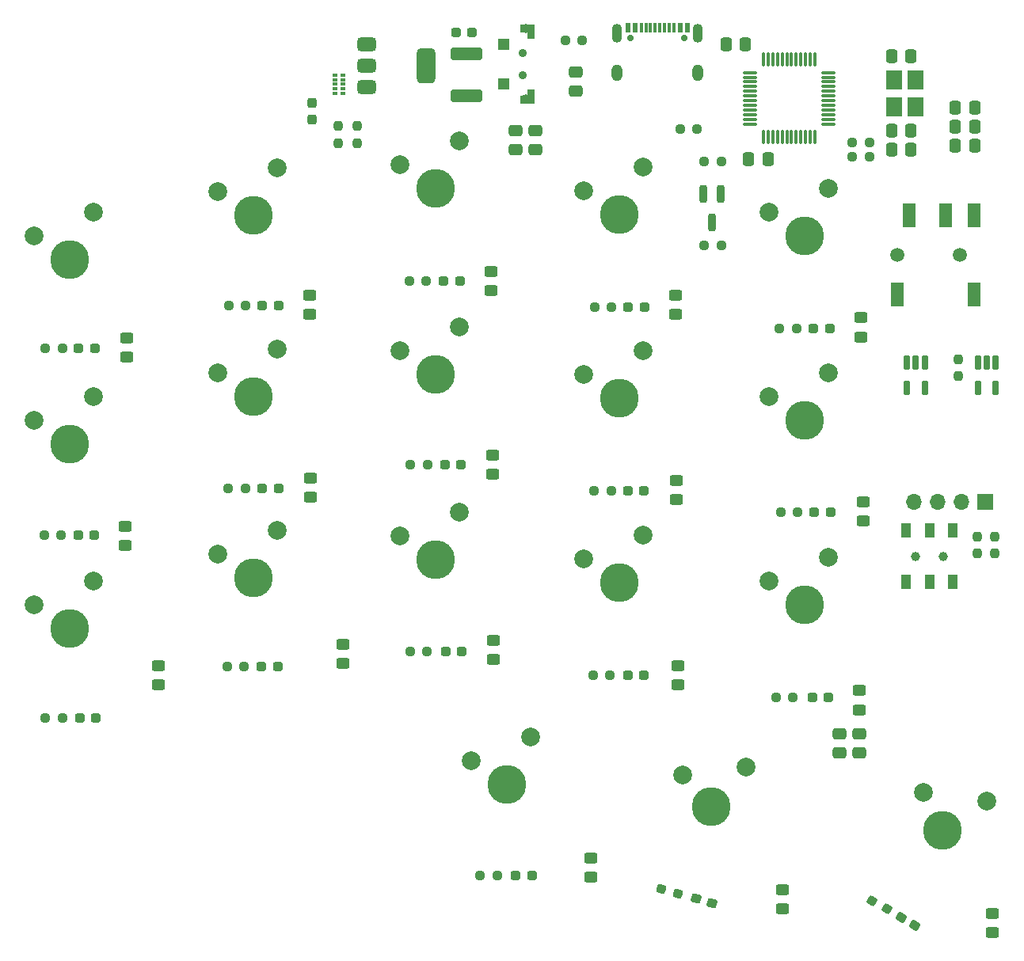
<source format=gbr>
%TF.GenerationSoftware,KiCad,Pcbnew,8.0.8*%
%TF.CreationDate,2025-02-15T14:10:55+01:00*%
%TF.ProjectId,sichergo-left,73696368-6572-4676-9f2d-6c6566742e6b,rev?*%
%TF.SameCoordinates,Original*%
%TF.FileFunction,Soldermask,Top*%
%TF.FilePolarity,Negative*%
%FSLAX46Y46*%
G04 Gerber Fmt 4.6, Leading zero omitted, Abs format (unit mm)*
G04 Created by KiCad (PCBNEW 8.0.8) date 2025-02-15 14:10:55*
%MOMM*%
%LPD*%
G01*
G04 APERTURE LIST*
G04 Aperture macros list*
%AMRoundRect*
0 Rectangle with rounded corners*
0 $1 Rounding radius*
0 $2 $3 $4 $5 $6 $7 $8 $9 X,Y pos of 4 corners*
0 Add a 4 corners polygon primitive as box body*
4,1,4,$2,$3,$4,$5,$6,$7,$8,$9,$2,$3,0*
0 Add four circle primitives for the rounded corners*
1,1,$1+$1,$2,$3*
1,1,$1+$1,$4,$5*
1,1,$1+$1,$6,$7*
1,1,$1+$1,$8,$9*
0 Add four rect primitives between the rounded corners*
20,1,$1+$1,$2,$3,$4,$5,0*
20,1,$1+$1,$4,$5,$6,$7,0*
20,1,$1+$1,$6,$7,$8,$9,0*
20,1,$1+$1,$8,$9,$2,$3,0*%
%AMFreePoly0*
4,1,17,0.785355,0.785355,0.800000,0.750000,0.800000,-0.750000,0.785355,-0.785355,0.750000,-0.800000,-0.750000,-0.800000,-0.785355,-0.785355,-0.800000,-0.750000,-0.800000,-0.050000,-0.785355,-0.014645,-0.750000,0.000000,-0.100000,0.000000,-0.100000,0.750000,-0.085355,0.785355,-0.050000,0.800000,0.750000,0.800000,0.785355,0.785355,0.785355,0.785355,$1*%
%AMFreePoly1*
4,1,17,0.085355,0.785355,0.100000,0.750000,0.100000,0.000000,0.750000,0.000000,0.785355,-0.014645,0.800000,-0.050000,0.800000,-0.750000,0.785355,-0.785355,0.750000,-0.800000,-0.750000,-0.800000,-0.785355,-0.785355,-0.800000,-0.750000,-0.800000,0.750000,-0.785355,0.785355,-0.750000,0.800000,0.050000,0.800000,0.085355,0.785355,0.085355,0.785355,$1*%
G04 Aperture macros list end*
%ADD10RoundRect,0.250000X-0.475000X0.337500X-0.475000X-0.337500X0.475000X-0.337500X0.475000X0.337500X0*%
%ADD11RoundRect,0.237500X0.287500X0.237500X-0.287500X0.237500X-0.287500X-0.237500X0.287500X-0.237500X0*%
%ADD12RoundRect,0.237500X0.250000X0.237500X-0.250000X0.237500X-0.250000X-0.237500X0.250000X-0.237500X0*%
%ADD13RoundRect,0.250000X0.450000X-0.325000X0.450000X0.325000X-0.450000X0.325000X-0.450000X-0.325000X0*%
%ADD14C,4.150000*%
%ADD15C,2.000000*%
%ADD16RoundRect,0.162500X-0.162500X0.617500X-0.162500X-0.617500X0.162500X-0.617500X0.162500X0.617500X0*%
%ADD17RoundRect,0.237500X-0.250000X-0.237500X0.250000X-0.237500X0.250000X0.237500X-0.250000X0.237500X0*%
%ADD18C,1.000000*%
%ADD19R,1.000000X1.500000*%
%ADD20C,0.700000*%
%ADD21R,0.550000X1.100000*%
%ADD22R,0.300000X1.100000*%
%ADD23O,1.100000X2.000000*%
%ADD24O,1.200000X1.800000*%
%ADD25RoundRect,0.250000X-0.337500X-0.475000X0.337500X-0.475000X0.337500X0.475000X-0.337500X0.475000X0*%
%ADD26RoundRect,0.237500X-0.237500X0.250000X-0.237500X-0.250000X0.237500X-0.250000X0.237500X0.250000X0*%
%ADD27RoundRect,0.237500X0.339173X0.154997X-0.216234X0.303818X-0.339173X-0.154997X0.216234X-0.303818X0*%
%ADD28RoundRect,0.375000X-0.625000X-0.375000X0.625000X-0.375000X0.625000X0.375000X-0.625000X0.375000X0*%
%ADD29RoundRect,0.500000X-0.500000X-1.400000X0.500000X-1.400000X0.500000X1.400000X-0.500000X1.400000X0*%
%ADD30RoundRect,0.237500X0.237500X-0.287500X0.237500X0.287500X-0.237500X0.287500X-0.237500X-0.287500X0*%
%ADD31RoundRect,0.075000X0.662500X0.075000X-0.662500X0.075000X-0.662500X-0.075000X0.662500X-0.075000X0*%
%ADD32RoundRect,0.075000X0.075000X0.662500X-0.075000X0.662500X-0.075000X-0.662500X0.075000X-0.662500X0*%
%ADD33C,1.500000*%
%ADD34R,1.400000X2.500000*%
%ADD35RoundRect,0.075000X0.200000X-0.075000X0.200000X0.075000X-0.200000X0.075000X-0.200000X-0.075000X0*%
%ADD36RoundRect,0.237500X-0.287500X-0.237500X0.287500X-0.237500X0.287500X0.237500X-0.287500X0.237500X0*%
%ADD37RoundRect,0.237500X-0.335256X-0.080681X0.097756X-0.330681X0.335256X0.080681X-0.097756X0.330681X0*%
%ADD38R,1.700000X1.700000*%
%ADD39O,1.700000X1.700000*%
%ADD40RoundRect,0.237500X0.237500X-0.250000X0.237500X0.250000X-0.237500X0.250000X-0.237500X-0.250000X0*%
%ADD41RoundRect,0.250000X-1.450000X0.400000X-1.450000X-0.400000X1.450000X-0.400000X1.450000X0.400000X0*%
%ADD42R,1.800000X2.100000*%
%ADD43RoundRect,0.237500X-0.302951X-0.164703X0.180012X-0.294112X0.302951X0.164703X-0.180012X0.294112X0*%
%ADD44RoundRect,0.250000X0.337500X0.475000X-0.337500X0.475000X-0.337500X-0.475000X0.337500X-0.475000X0*%
%ADD45C,0.900000*%
%ADD46R,1.200000X1.200000*%
%ADD47FreePoly0,90.000000*%
%ADD48FreePoly1,90.000000*%
%ADD49RoundRect,0.237500X0.367732X0.061931X-0.130232X0.349431X-0.367732X-0.061931X0.130232X-0.349431X0*%
%ADD50RoundRect,0.200000X-0.200000X0.750000X-0.200000X-0.750000X0.200000X-0.750000X0.200000X0.750000X0*%
G04 APERTURE END LIST*
D10*
%TO.C,C13*%
X152400000Y-58906500D03*
X152400000Y-60981500D03*
%TD*%
D11*
%TO.C,D17*%
X147790500Y-144907000D03*
X146040500Y-144907000D03*
%TD*%
D12*
%TO.C,R8*%
X168000000Y-68500000D03*
X166174998Y-68500000D03*
%TD*%
D11*
%TO.C,D30*%
X179578000Y-86360000D03*
X177828000Y-86360000D03*
%TD*%
D13*
%TO.C,D18*%
X143383000Y-82305000D03*
X143383000Y-80255000D03*
%TD*%
%TO.C,D7*%
X107823000Y-124469000D03*
X107823000Y-122419000D03*
%TD*%
D11*
%TO.C,D16*%
X140283500Y-120904000D03*
X138533500Y-120904000D03*
%TD*%
D14*
%TO.C,SW17*%
X176911000Y-115951000D03*
D15*
X173101000Y-113411000D03*
X179451001Y-110871000D03*
%TD*%
D11*
%TO.C,D32*%
X179460500Y-125857000D03*
X177710500Y-125857000D03*
%TD*%
D12*
%TO.C,R28*%
X168000000Y-77500000D03*
X166175000Y-77500000D03*
%TD*%
D13*
%TO.C,D27*%
X163195000Y-104657000D03*
X163195000Y-102607000D03*
%TD*%
D16*
%TO.C,U6*%
X197345000Y-90050900D03*
X196395000Y-90050900D03*
X195445000Y-90050900D03*
X195445000Y-92750900D03*
X197345000Y-92750900D03*
%TD*%
D13*
%TO.C,D19*%
X143510000Y-101981000D03*
X143510000Y-99931000D03*
%TD*%
D14*
%TO.C,SW5*%
X117983000Y-93662500D03*
D15*
X114173000Y-91122500D03*
X120523001Y-88582500D03*
%TD*%
D14*
%TO.C,SW2*%
X98298000Y-98742500D03*
D15*
X94488000Y-96202500D03*
X100838001Y-93662500D03*
%TD*%
D11*
%TO.C,D4*%
X101017000Y-88519000D03*
X99267000Y-88519000D03*
%TD*%
D17*
%TO.C,R12*%
X95711000Y-88519000D03*
X97536000Y-88519000D03*
%TD*%
D14*
%TO.C,SW13*%
X157099000Y-113538000D03*
D15*
X153289000Y-110998000D03*
X159639001Y-108458000D03*
%TD*%
D18*
%TO.C,SW19*%
X188750000Y-110750000D03*
X191750000Y-110750000D03*
D19*
X187750000Y-108000000D03*
X190250000Y-108000000D03*
X192750000Y-108000000D03*
X187750000Y-113500000D03*
X190250000Y-113500000D03*
X192750000Y-113500000D03*
%TD*%
D10*
%TO.C,C4*%
X182727600Y-129721700D03*
X182727600Y-131796700D03*
%TD*%
D13*
%TO.C,D11*%
X123952000Y-84836000D03*
X123952000Y-82786000D03*
%TD*%
D20*
%TO.C,USB1*%
X158290000Y-55320001D03*
X164070000Y-55320001D03*
D21*
X157979999Y-54240001D03*
X158780000Y-54240000D03*
D22*
X159430001Y-54240000D03*
X159930000Y-54240000D03*
X160430000Y-54240001D03*
X160930000Y-54240000D03*
X161430000Y-54240001D03*
X161930000Y-54240000D03*
X162430000Y-54240000D03*
X162930000Y-54240000D03*
D21*
X163580000Y-54240000D03*
X164379999Y-54240001D03*
D23*
X156860000Y-54790000D03*
D24*
X156860000Y-59000000D03*
D23*
X165500000Y-54790000D03*
D24*
X165500000Y-59000000D03*
%TD*%
D11*
%TO.C,D3*%
X101144000Y-128016000D03*
X99394000Y-128016000D03*
%TD*%
D25*
%TO.C,C5*%
X186175000Y-57250000D03*
X188250000Y-57250000D03*
%TD*%
D14*
%TO.C,SW10*%
X145034000Y-135128000D03*
D15*
X141224000Y-132588000D03*
X147574001Y-130048000D03*
%TD*%
D17*
%TO.C,R10*%
X95607500Y-108458000D03*
X97432500Y-108458000D03*
%TD*%
%TO.C,R15*%
X115142000Y-122555000D03*
X116967000Y-122555000D03*
%TD*%
D13*
%TO.C,D12*%
X124079000Y-104403000D03*
X124079000Y-102353000D03*
%TD*%
D14*
%TO.C,SW11*%
X157099000Y-74168000D03*
D15*
X153289000Y-71628000D03*
X159639001Y-69088000D03*
%TD*%
D17*
%TO.C,R22*%
X154291000Y-123444000D03*
X156116000Y-123444000D03*
%TD*%
D25*
%TO.C,C12*%
X186175000Y-65197680D03*
X188250000Y-65197680D03*
%TD*%
D26*
%TO.C,R1*%
X129032000Y-64695700D03*
X129032000Y-66520700D03*
%TD*%
D14*
%TO.C,SW14*%
X166878000Y-137541000D03*
D15*
X163855222Y-134101448D03*
X170646251Y-133291497D03*
%TD*%
D26*
%TO.C,R5*%
X197250000Y-108619599D03*
X197250000Y-110444599D03*
%TD*%
D27*
%TO.C,D25*%
X167005000Y-147828000D03*
X165314630Y-147375066D03*
%TD*%
D17*
%TO.C,R25*%
X174352000Y-106045000D03*
X176177000Y-106045000D03*
%TD*%
%TO.C,R7*%
X182000000Y-68024000D03*
X183825000Y-68024002D03*
%TD*%
D14*
%TO.C,SW16*%
X176911000Y-96202500D03*
D15*
X173101000Y-93662500D03*
X179451001Y-91122500D03*
%TD*%
D28*
%TO.C,U1*%
X130100001Y-55950000D03*
X130100000Y-58249999D03*
D29*
X136400000Y-58250001D03*
D28*
X130100001Y-60550000D03*
%TD*%
D10*
%TO.C,C3*%
X180670200Y-129721700D03*
X180670200Y-131796700D03*
%TD*%
%TO.C,C1*%
X146000000Y-65175000D03*
X146000000Y-67250000D03*
%TD*%
D30*
%TO.C,D1*%
X124250000Y-64000000D03*
X124250000Y-62249998D03*
%TD*%
D11*
%TO.C,D15*%
X140180000Y-100965000D03*
X138430000Y-100965000D03*
%TD*%
D13*
%TO.C,D13*%
X127508000Y-122183000D03*
X127508000Y-120133000D03*
%TD*%
D14*
%TO.C,SW18*%
X191643000Y-140081000D03*
D15*
X189613443Y-135976295D03*
X196382705Y-136951591D03*
%TD*%
D25*
%TO.C,C9*%
X193000000Y-64802320D03*
X195075000Y-64802320D03*
%TD*%
%TO.C,C8*%
X170925000Y-68250000D03*
X173000000Y-68250000D03*
%TD*%
D31*
%TO.C,U4*%
X179412501Y-64499999D03*
X179412500Y-64000000D03*
X179412500Y-63500000D03*
X179412500Y-63000001D03*
X179412501Y-62499999D03*
X179412500Y-62000000D03*
X179412500Y-61500000D03*
X179412500Y-61000000D03*
X179412499Y-60500000D03*
X179412499Y-59999999D03*
X179412500Y-59500000D03*
X179412499Y-59000000D03*
D32*
X177999999Y-57587499D03*
X177500000Y-57587500D03*
X177000000Y-57587500D03*
X176500001Y-57587500D03*
X175999999Y-57587499D03*
X175500000Y-57587500D03*
X175000000Y-57587500D03*
X174500000Y-57587500D03*
X174000000Y-57587501D03*
X173499999Y-57587501D03*
X173000000Y-57587500D03*
X172500000Y-57587501D03*
D31*
X171087499Y-59000001D03*
X171087500Y-59500000D03*
X171087500Y-60000000D03*
X171087500Y-60499999D03*
X171087499Y-61000001D03*
X171087500Y-61500000D03*
X171087500Y-62000000D03*
X171087500Y-62500000D03*
X171087501Y-63000000D03*
X171087501Y-63500001D03*
X171087500Y-64000000D03*
X171087501Y-64500000D03*
D32*
X172500001Y-65912501D03*
X173000000Y-65912500D03*
X173500000Y-65912500D03*
X173999999Y-65912500D03*
X174500001Y-65912501D03*
X175000000Y-65912500D03*
X175500000Y-65912500D03*
X176000000Y-65912500D03*
X176500000Y-65912499D03*
X177000001Y-65912499D03*
X177500000Y-65912500D03*
X178000000Y-65912499D03*
%TD*%
D25*
%TO.C,C6*%
X193000000Y-62750000D03*
X195075000Y-62750000D03*
%TD*%
D33*
%TO.C,Audio1*%
X186800000Y-78500000D03*
X193500000Y-78500000D03*
D34*
X186800000Y-82750000D03*
X195000000Y-74250000D03*
X192000000Y-74250001D03*
X188100000Y-74250000D03*
X195000000Y-82750000D03*
%TD*%
D11*
%TO.C,D2*%
X100974500Y-108458000D03*
X99224500Y-108458000D03*
%TD*%
D13*
%TO.C,D36*%
X182753000Y-127145000D03*
X182753000Y-125095000D03*
%TD*%
D35*
%TO.C,U2*%
X127500000Y-61250000D03*
X127500000Y-60750000D03*
X127500000Y-60250000D03*
X127500000Y-59750000D03*
X127500000Y-59250000D03*
X126730000Y-59250000D03*
X126730000Y-59750000D03*
X126730000Y-60250000D03*
X126730000Y-60750000D03*
X126730000Y-61250000D03*
%TD*%
D13*
%TO.C,D35*%
X183134000Y-106943000D03*
X183134000Y-104893000D03*
%TD*%
D26*
%TO.C,R2*%
X127025400Y-64719200D03*
X127025400Y-66544200D03*
%TD*%
D11*
%TO.C,D9*%
X120645500Y-103505000D03*
X118895500Y-103505000D03*
%TD*%
%TO.C,D23*%
X159738000Y-103759000D03*
X157988000Y-103759000D03*
%TD*%
D14*
%TO.C,SW4*%
X117983000Y-74295000D03*
D15*
X114173000Y-71755000D03*
X120523001Y-69215000D03*
%TD*%
D14*
%TO.C,SW6*%
X117983000Y-113030000D03*
D15*
X114173000Y-110490000D03*
X120523001Y-107950000D03*
%TD*%
D36*
%TO.C,L1*%
X139625000Y-54750000D03*
X141375000Y-54750000D03*
%TD*%
D17*
%TO.C,R17*%
X134747000Y-100965000D03*
X136572000Y-100965000D03*
%TD*%
%TO.C,R24*%
X174220500Y-86360000D03*
X176045500Y-86360000D03*
%TD*%
D37*
%TO.C,R27*%
X184093504Y-147550500D03*
X185674000Y-148463000D03*
%TD*%
D38*
%TO.C,J1*%
X196195000Y-104913800D03*
D39*
X193655000Y-104913799D03*
X191115001Y-104913800D03*
X188575000Y-104913800D03*
%TD*%
D13*
%TO.C,D6*%
X104267000Y-109601000D03*
X104267000Y-107551000D03*
%TD*%
%TO.C,D5*%
X104394000Y-89417000D03*
X104394000Y-87367000D03*
%TD*%
D40*
%TO.C,R9*%
X193286000Y-91494900D03*
X193286000Y-89669900D03*
%TD*%
D13*
%TO.C,D37*%
X197000000Y-151000000D03*
X197000000Y-148950000D03*
%TD*%
D16*
%TO.C,U5*%
X189745000Y-90017900D03*
X188795000Y-90017900D03*
X187845000Y-90017900D03*
X187845000Y-92717900D03*
X189745000Y-92717900D03*
%TD*%
D17*
%TO.C,R21*%
X154385000Y-103759000D03*
X156210000Y-103759000D03*
%TD*%
D14*
%TO.C,SW15*%
X176911000Y-76454000D03*
D15*
X173101000Y-73914000D03*
X179451001Y-71374000D03*
%TD*%
D17*
%TO.C,R26*%
X173839500Y-125857000D03*
X175664500Y-125857000D03*
%TD*%
D14*
%TO.C,SW1*%
X98298000Y-78994000D03*
D15*
X94488000Y-76454000D03*
X100838001Y-73914000D03*
%TD*%
D17*
%TO.C,R18*%
X134700000Y-120904000D03*
X136525000Y-120904000D03*
%TD*%
D13*
%TO.C,D34*%
X182880000Y-87267000D03*
X182880000Y-85217000D03*
%TD*%
D25*
%TO.C,C10*%
X193000000Y-66854640D03*
X195075000Y-66854640D03*
%TD*%
D17*
%TO.C,R16*%
X134620000Y-81280000D03*
X136445000Y-81280000D03*
%TD*%
D10*
%TO.C,C2*%
X148108200Y-65175000D03*
X148108200Y-67250000D03*
%TD*%
D17*
%TO.C,R20*%
X154432000Y-84074000D03*
X156257000Y-84074000D03*
%TD*%
%TO.C,R13*%
X115316000Y-83947000D03*
X117141000Y-83947000D03*
%TD*%
D14*
%TO.C,SW7*%
X137414000Y-71374000D03*
D15*
X133604000Y-68834000D03*
X139954001Y-66294000D03*
%TD*%
D17*
%TO.C,R19*%
X142216500Y-144907000D03*
X144041500Y-144907000D03*
%TD*%
D41*
%TO.C,F1*%
X140750000Y-57000000D03*
X140750000Y-61450000D03*
%TD*%
D13*
%TO.C,D28*%
X163322000Y-124469000D03*
X163322000Y-122419000D03*
%TD*%
D17*
%TO.C,R31*%
X163587500Y-65000000D03*
X165412500Y-65000000D03*
%TD*%
%TO.C,R14*%
X115292500Y-103505000D03*
X117117500Y-103505000D03*
%TD*%
D11*
%TO.C,D10*%
X120575000Y-122555000D03*
X118825000Y-122555000D03*
%TD*%
D12*
%TO.C,R3*%
X153139000Y-55573400D03*
X151314000Y-55573400D03*
%TD*%
D42*
%TO.C,Y1*%
X186449999Y-59750000D03*
X186449998Y-62650002D03*
X188749999Y-62650002D03*
X188750000Y-59750000D03*
%TD*%
D11*
%TO.C,D24*%
X159738000Y-123444000D03*
X157988000Y-123444000D03*
%TD*%
D43*
%TO.C,R23*%
X161559186Y-146339656D03*
X163322000Y-146812000D03*
%TD*%
D11*
%TO.C,D8*%
X120669000Y-83947000D03*
X118919000Y-83947000D03*
%TD*%
%TO.C,D31*%
X179705000Y-106045000D03*
X177955000Y-106045000D03*
%TD*%
D14*
%TO.C,SW12*%
X157099000Y-93853000D03*
D15*
X153289000Y-91313000D03*
X159639001Y-88773000D03*
%TD*%
D14*
%TO.C,SW9*%
X137414000Y-111125000D03*
D15*
X133604000Y-108585000D03*
X139954001Y-106045000D03*
%TD*%
D14*
%TO.C,SW8*%
X137414000Y-91249500D03*
D15*
X133604000Y-88709500D03*
X139954001Y-86169500D03*
%TD*%
D25*
%TO.C,C11*%
X186175000Y-67250000D03*
X188250000Y-67250000D03*
%TD*%
D11*
%TO.C,D14*%
X140053000Y-81280000D03*
X138303000Y-81280000D03*
%TD*%
D12*
%TO.C,R6*%
X183825000Y-66500002D03*
X182000000Y-66500000D03*
%TD*%
D40*
%TO.C,R4*%
X195345000Y-110444599D03*
X195345000Y-108619599D03*
%TD*%
D44*
%TO.C,C7*%
X170575000Y-56000000D03*
X168500000Y-56000000D03*
%TD*%
D45*
%TO.C,U3*%
X146750000Y-59250000D03*
X146750000Y-56950000D03*
D46*
X144750000Y-60190000D03*
X144750000Y-56000000D03*
D47*
X147310000Y-54640000D03*
D18*
X147060000Y-54320000D03*
X147060000Y-61820000D03*
D48*
X147310000Y-61540000D03*
%TD*%
D49*
%TO.C,D33*%
X188713544Y-150227000D03*
X187198000Y-149352000D03*
%TD*%
D17*
%TO.C,R11*%
X95711000Y-128016000D03*
X97536000Y-128016000D03*
%TD*%
D13*
%TO.C,D26*%
X163068000Y-84836000D03*
X163068000Y-82786000D03*
%TD*%
D11*
%TO.C,D22*%
X159785000Y-84074000D03*
X158035000Y-84074000D03*
%TD*%
D13*
%TO.C,D29*%
X174498000Y-148472000D03*
X174498000Y-146422000D03*
%TD*%
%TO.C,D21*%
X154051000Y-145043000D03*
X154051000Y-142993000D03*
%TD*%
D50*
%TO.C,Q1*%
X167950000Y-72000000D03*
X166050000Y-72000000D03*
X167000000Y-75000000D03*
%TD*%
D14*
%TO.C,SW3*%
X98298000Y-118491000D03*
D15*
X94488000Y-115951000D03*
X100838001Y-113411000D03*
%TD*%
D13*
%TO.C,D20*%
X143637000Y-121802000D03*
X143637000Y-119752000D03*
%TD*%
M02*

</source>
